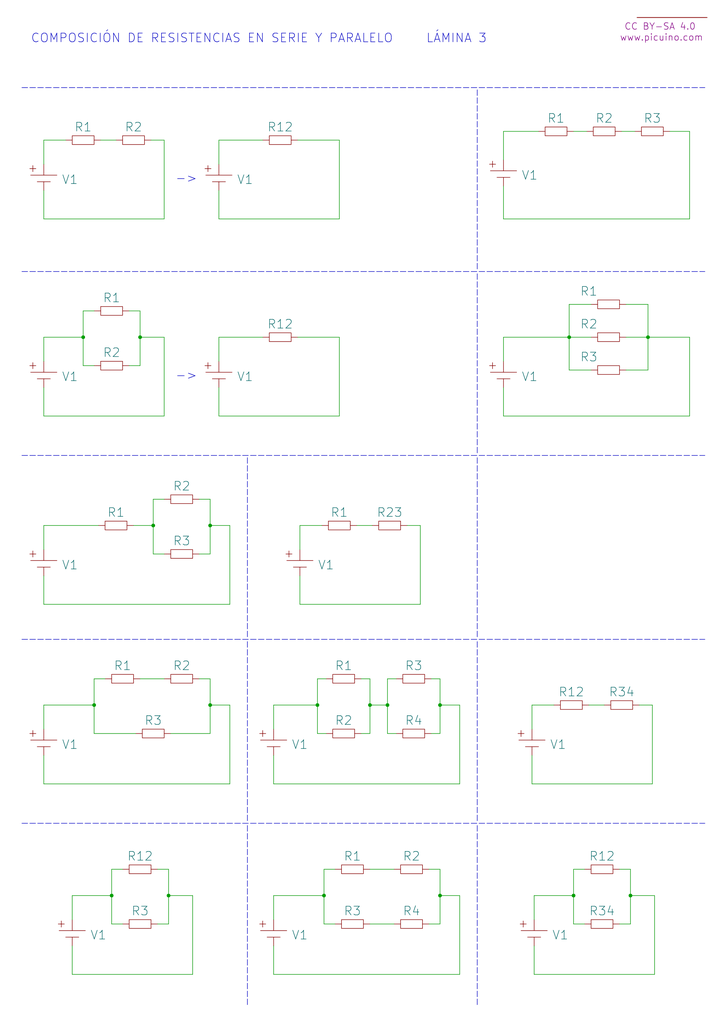
<source format=kicad_sch>
(kicad_sch (version 20211123) (generator eeschema)
  (paper "A4" portrait)
  (title_block (title "Circuitos eléctricos. Composición de resistencias en serie y paralelo") (date "8/05/2021") (company "www.picuino.com") (comment 1 "Copyright (c) 2021 by Carlos Pardo") (comment 2 "License CC BY-SA 4.0"))
  (lib_symbols
    (symbol "electric-resistencias-serie-paralelo-3-rescue:CopyRight-simbolos" (pin_names (offset 1.016))
      (property "License" "CC BY-SA 4.0" (at -1.27 -1.27 0))
      (property "Web" "www.picuino.com" (at 0 -1.27 0))
      (symbol "CopyRight-simbolos_0_1"
        (polyline (pts (xy -10.16 0) (xy 10.16 0)) (stroke (width 0.2032)))
      )
    )
    (symbol "electric-resistencias-serie-paralelo-3-rescue:Pila-simbolos" (pin_names (offset 1.016))
      (property "Reference" "V" (at 5.08 -4.445 0))
      (symbol "Pila-simbolos_0_1"
        (polyline (pts (xy -4.064 -1.27) (xy -2.286 -1.27)))
        (polyline (pts (xy -3.81 -3.175) (xy 3.81 -3.175)))
        (polyline (pts (xy -3.175 -0.381) (xy -3.175 -2.159)))
        (polyline (pts (xy -1.905 -5.08) (xy 1.905 -5.08)))
      )
      (symbol "Pila-simbolos_1_1"
        (pin input line (at 0 -7.62 90) (length 2.54) (name "") (number ""))
        (pin input line (at 0 0 270) (length 3.175) (name "") (number ""))
      )
    )
    (symbol "electric-resistencias-serie-paralelo-3-rescue:resistencia-simbolos" (pin_names (offset 1.016))
      (property "Reference" "R" (at 1.905 -5.08 0))
      (symbol "resistencia-simbolos_0_1"
        (rectangle (start -1.27 -1.905) (end 1.27 -8.255))
      )
      (symbol "resistencia-simbolos_1_1"
        (pin input line (at 0 -10.16 90) (length 1.905) (name "") (number ""))
        (pin input line (at 0 0 270) (length 1.905) (name "") (number ""))
      )
    )
  )
  (junction (at 32.385 259.715))
  (junction (at 60.96 152.4))
  (junction (at 27.305 204.47))
  (junction (at 127.635 204.47))
  (junction (at 165.1 97.79))
  (junction (at 187.96 97.79))
  (junction (at 92.075 204.47))
  (junction (at 166.37 259.715))
  (junction (at 44.45 152.4))
  (junction (at 60.96 204.47))
  (junction (at 112.395 204.47))
  (junction (at 48.895 259.715))
  (junction (at 182.88 259.715))
  (junction (at 107.315 204.47))
  (junction (at 24.13 97.79))
  (junction (at 93.98 259.715))
  (junction (at 127.635 259.715))
  (junction (at 40.64 97.79))
  (wire (pts (xy 44.45 144.78) (xy 44.45 152.4)))
  (wire (pts (xy 107.315 212.725) (xy 104.775 212.725)))
  (wire (pts (xy 27.305 204.47) (xy 27.305 212.725)))
  (wire (pts (xy 165.1 97.79) (xy 165.1 107.315)))
  (wire (pts (xy 187.96 107.315) (xy 181.61 107.315)))
  (wire (pts (xy 79.375 259.715) (xy 79.375 266.7)))
  (wire (pts (xy 12.7 97.79) (xy 24.13 97.79)))
  (wire (pts (xy 47.625 40.64) (xy 43.815 40.64)))
  (wire (pts (xy 32.385 259.715) (xy 32.385 267.97)))
  (wire (pts (xy 189.865 259.715) (xy 189.865 282.575)))
  (wire (pts (xy 200.025 38.1) (xy 200.025 63.5)))
  (wire (pts (xy 60.96 196.85) (xy 60.96 204.47)))
  (wire (pts (xy 200.025 97.79) (xy 200.025 120.65)))
  (wire (pts (xy 166.37 259.715) (xy 166.37 267.97)))
  (wire (pts (xy 12.7 219.075) (xy 12.7 227.33)))
  (wire (pts (xy 86.995 152.4) (xy 93.345 152.4)))
  (wire (pts (xy 79.375 282.575) (xy 133.35 282.575)))
  (wire (pts (xy 44.45 160.655) (xy 47.625 160.655)))
  (wire (pts (xy 107.315 204.47) (xy 107.315 212.725)))
  (wire (pts (xy 47.625 97.79) (xy 47.625 120.65)))
  (polyline (pts (xy 6.35 132.08) (xy 204.47 132.08)))
  (wire (pts (xy 24.13 97.79) (xy 24.13 106.045)))
  (wire (pts (xy 79.375 227.33) (xy 133.35 227.33)))
  (wire (pts (xy 12.7 204.47) (xy 12.7 211.455)))
  (wire (pts (xy 60.96 204.47) (xy 66.675 204.47)))
  (wire (pts (xy 189.23 204.47) (xy 185.42 204.47)))
  (wire (pts (xy 63.5 120.65) (xy 98.425 120.65)))
  (wire (pts (xy 98.425 97.79) (xy 98.425 120.65)))
  (wire (pts (xy 79.375 204.47) (xy 79.375 211.455)))
  (wire (pts (xy 32.385 252.095) (xy 35.56 252.095)))
  (wire (pts (xy 154.305 204.47) (xy 160.655 204.47)))
  (wire (pts (xy 40.64 90.17) (xy 37.465 90.17)))
  (wire (pts (xy 32.385 252.095) (xy 32.385 259.715)))
  (wire (pts (xy 127.635 196.85) (xy 127.635 204.47)))
  (wire (pts (xy 182.88 252.095) (xy 182.88 259.715)))
  (wire (pts (xy 44.45 152.4) (xy 44.45 160.655)))
  (wire (pts (xy 12.7 55.245) (xy 12.7 63.5)))
  (wire (pts (xy 94.615 196.85) (xy 92.075 196.85)))
  (wire (pts (xy 104.775 196.85) (xy 107.315 196.85)))
  (wire (pts (xy 60.96 152.4) (xy 60.96 160.655)))
  (wire (pts (xy 187.96 97.79) (xy 200.025 97.79)))
  (polyline (pts (xy 71.755 132.715) (xy 71.755 184.785)))
  (wire (pts (xy 93.98 252.095) (xy 93.98 259.715)))
  (wire (pts (xy 60.96 152.4) (xy 66.675 152.4)))
  (wire (pts (xy 63.5 47.625) (xy 63.5 40.64)))
  (wire (pts (xy 187.96 97.79) (xy 187.96 107.315)))
  (wire (pts (xy 79.375 219.075) (xy 79.375 227.33)))
  (wire (pts (xy 194.31 38.1) (xy 200.025 38.1)))
  (wire (pts (xy 146.05 112.395) (xy 146.05 120.65)))
  (wire (pts (xy 12.7 227.33) (xy 66.675 227.33)))
  (wire (pts (xy 92.075 196.85) (xy 92.075 204.47)))
  (wire (pts (xy 133.35 204.47) (xy 133.35 227.33)))
  (wire (pts (xy 165.1 88.265) (xy 165.1 97.79)))
  (wire (pts (xy 165.1 107.315) (xy 171.45 107.315)))
  (wire (pts (xy 32.385 267.97) (xy 35.56 267.97)))
  (wire (pts (xy 121.92 152.4) (xy 121.92 175.26)))
  (wire (pts (xy 154.94 266.7) (xy 154.94 259.715)))
  (wire (pts (xy 30.48 196.85) (xy 27.305 196.85)))
  (wire (pts (xy 86.995 175.26) (xy 121.92 175.26)))
  (wire (pts (xy 127.635 196.85) (xy 125.095 196.85)))
  (wire (pts (xy 180.34 38.1) (xy 184.15 38.1)))
  (wire (pts (xy 166.37 38.1) (xy 170.18 38.1)))
  (wire (pts (xy 154.94 282.575) (xy 189.865 282.575)))
  (wire (pts (xy 63.5 104.775) (xy 63.5 97.79)))
  (wire (pts (xy 146.05 97.79) (xy 165.1 97.79)))
  (polyline (pts (xy 6.35 78.74) (xy 204.47 78.74)))
  (wire (pts (xy 127.635 204.47) (xy 133.35 204.47)))
  (wire (pts (xy 92.075 204.47) (xy 92.075 212.725)))
  (wire (pts (xy 154.305 211.455) (xy 154.305 204.47)))
  (wire (pts (xy 48.895 259.715) (xy 55.88 259.715)))
  (wire (pts (xy 12.7 47.625) (xy 12.7 40.64)))
  (wire (pts (xy 79.375 274.32) (xy 79.375 282.575)))
  (wire (pts (xy 127.635 259.715) (xy 127.635 267.97)))
  (wire (pts (xy 93.98 267.97) (xy 97.155 267.97)))
  (wire (pts (xy 12.7 175.26) (xy 66.675 175.26)))
  (polyline (pts (xy 138.43 26.035) (xy 138.43 78.105)))
  (wire (pts (xy 60.96 144.78) (xy 57.785 144.78)))
  (wire (pts (xy 48.895 259.715) (xy 48.895 267.97)))
  (wire (pts (xy 107.315 252.095) (xy 114.3 252.095)))
  (wire (pts (xy 60.96 212.725) (xy 49.53 212.725)))
  (wire (pts (xy 187.96 88.265) (xy 187.96 97.79)))
  (wire (pts (xy 166.37 267.97) (xy 169.545 267.97)))
  (wire (pts (xy 146.05 46.355) (xy 146.05 38.1)))
  (wire (pts (xy 12.7 104.775) (xy 12.7 97.79)))
  (wire (pts (xy 63.5 40.64) (xy 76.2 40.64)))
  (wire (pts (xy 112.395 196.85) (xy 114.935 196.85)))
  (wire (pts (xy 92.075 212.725) (xy 94.615 212.725)))
  (wire (pts (xy 44.45 144.78) (xy 47.625 144.78)))
  (polyline (pts (xy 71.755 186.055) (xy 71.755 238.125)))
  (wire (pts (xy 114.3 267.97) (xy 107.315 267.97)))
  (wire (pts (xy 48.895 252.095) (xy 48.895 259.715)))
  (polyline (pts (xy 138.43 132.715) (xy 138.43 184.785)))
  (wire (pts (xy 182.88 267.97) (xy 179.705 267.97)))
  (wire (pts (xy 182.88 259.715) (xy 189.865 259.715)))
  (wire (pts (xy 200.025 63.5) (xy 146.05 63.5)))
  (wire (pts (xy 181.61 88.265) (xy 187.96 88.265)))
  (wire (pts (xy 200.025 120.65) (xy 146.05 120.65)))
  (wire (pts (xy 12.7 40.64) (xy 19.05 40.64)))
  (polyline (pts (xy 138.43 239.395) (xy 138.43 291.465)))
  (wire (pts (xy 127.635 252.095) (xy 127.635 259.715)))
  (polyline (pts (xy 138.43 186.055) (xy 138.43 238.125)))
  (wire (pts (xy 112.395 212.725) (xy 112.395 204.47)))
  (wire (pts (xy 24.13 90.17) (xy 24.13 97.79)))
  (wire (pts (xy 60.96 144.78) (xy 60.96 152.4)))
  (wire (pts (xy 166.37 252.095) (xy 166.37 259.715)))
  (wire (pts (xy 127.635 252.095) (xy 124.46 252.095)))
  (wire (pts (xy 12.7 167.005) (xy 12.7 175.26)))
  (wire (pts (xy 33.655 40.64) (xy 29.21 40.64)))
  (wire (pts (xy 20.955 266.7) (xy 20.955 259.715)))
  (wire (pts (xy 182.88 259.715) (xy 182.88 267.97)))
  (wire (pts (xy 55.88 259.715) (xy 55.88 282.575)))
  (wire (pts (xy 166.37 252.095) (xy 169.545 252.095)))
  (wire (pts (xy 86.36 40.64) (xy 98.425 40.64)))
  (wire (pts (xy 107.95 152.4) (xy 103.505 152.4)))
  (wire (pts (xy 66.675 152.4) (xy 66.675 175.26)))
  (wire (pts (xy 182.88 252.095) (xy 179.705 252.095)))
  (wire (pts (xy 154.305 219.075) (xy 154.305 227.33)))
  (wire (pts (xy 24.13 106.045) (xy 27.305 106.045)))
  (wire (pts (xy 60.96 204.47) (xy 60.96 212.725)))
  (wire (pts (xy 146.05 38.1) (xy 156.21 38.1)))
  (wire (pts (xy 154.305 227.33) (xy 189.23 227.33)))
  (wire (pts (xy 24.13 90.17) (xy 27.305 90.17)))
  (wire (pts (xy 146.05 53.975) (xy 146.05 63.5)))
  (wire (pts (xy 12.7 112.395) (xy 12.7 120.65)))
  (wire (pts (xy 189.23 204.47) (xy 189.23 227.33)))
  (wire (pts (xy 63.5 112.395) (xy 63.5 120.65)))
  (wire (pts (xy 165.1 97.79) (xy 171.45 97.79)))
  (wire (pts (xy 79.375 204.47) (xy 92.075 204.47)))
  (wire (pts (xy 12.7 204.47) (xy 27.305 204.47)))
  (wire (pts (xy 133.35 259.715) (xy 133.35 282.575)))
  (wire (pts (xy 127.635 212.725) (xy 125.095 212.725)))
  (wire (pts (xy 40.64 90.17) (xy 40.64 97.79)))
  (wire (pts (xy 40.64 196.85) (xy 47.625 196.85)))
  (wire (pts (xy 171.45 88.265) (xy 165.1 88.265)))
  (wire (pts (xy 63.5 63.5) (xy 98.425 63.5)))
  (wire (pts (xy 63.5 97.79) (xy 76.2 97.79)))
  (wire (pts (xy 187.96 97.79) (xy 181.61 97.79)))
  (wire (pts (xy 86.36 97.79) (xy 98.425 97.79)))
  (wire (pts (xy 60.96 196.85) (xy 57.785 196.85)))
  (wire (pts (xy 97.155 252.095) (xy 93.98 252.095)))
  (wire (pts (xy 86.995 167.005) (xy 86.995 175.26)))
  (wire (pts (xy 20.955 274.32) (xy 20.955 282.575)))
  (polyline (pts (xy 71.755 239.395) (xy 71.755 291.465)))
  (wire (pts (xy 98.425 40.64) (xy 98.425 63.5)))
  (wire (pts (xy 40.64 97.79) (xy 47.625 97.79)))
  (polyline (pts (xy 6.35 238.76) (xy 204.47 238.76)))
  (wire (pts (xy 114.935 212.725) (xy 112.395 212.725)))
  (wire (pts (xy 20.955 282.575) (xy 55.88 282.575)))
  (wire (pts (xy 127.635 259.715) (xy 133.35 259.715)))
  (polyline (pts (xy 6.35 25.4) (xy 204.47 25.4)))
  (wire (pts (xy 86.995 159.385) (xy 86.995 152.4)))
  (wire (pts (xy 47.625 40.64) (xy 47.625 63.5)))
  (wire (pts (xy 66.675 204.47) (xy 66.675 227.33)))
  (wire (pts (xy 127.635 267.97) (xy 124.46 267.97)))
  (wire (pts (xy 48.895 267.97) (xy 45.72 267.97)))
  (wire (pts (xy 60.96 160.655) (xy 57.785 160.655)))
  (wire (pts (xy 112.395 204.47) (xy 112.395 196.85)))
  (wire (pts (xy 48.895 252.095) (xy 45.72 252.095)))
  (wire (pts (xy 127.635 204.47) (xy 127.635 212.725)))
  (wire (pts (xy 12.7 120.65) (xy 47.625 120.65)))
  (wire (pts (xy 175.26 204.47) (xy 170.815 204.47)))
  (wire (pts (xy 40.64 106.045) (xy 37.465 106.045)))
  (wire (pts (xy 27.305 196.85) (xy 27.305 204.47)))
  (wire (pts (xy 154.94 259.715) (xy 166.37 259.715)))
  (wire (pts (xy 40.64 97.79) (xy 40.64 106.045)))
  (wire (pts (xy 79.375 259.715) (xy 93.98 259.715)))
  (wire (pts (xy 12.7 152.4) (xy 28.575 152.4)))
  (wire (pts (xy 107.315 204.47) (xy 112.395 204.47)))
  (polyline (pts (xy 6.35 185.42) (xy 204.47 185.42)))
  (wire (pts (xy 63.5 55.245) (xy 63.5 63.5)))
  (wire (pts (xy 154.94 274.32) (xy 154.94 282.575)))
  (wire (pts (xy 121.92 152.4) (xy 118.11 152.4)))
  (wire (pts (xy 12.7 63.5) (xy 47.625 63.5)))
  (polyline (pts (xy 138.43 79.375) (xy 138.43 131.445)))
  (wire (pts (xy 146.05 104.775) (xy 146.05 97.79)))
  (wire (pts (xy 12.7 152.4) (xy 12.7 159.385)))
  (wire (pts (xy 44.45 152.4) (xy 38.735 152.4)))
  (wire (pts (xy 20.955 259.715) (xy 32.385 259.715)))
  (wire (pts (xy 27.305 212.725) (xy 39.37 212.725)))
  (wire (pts (xy 107.315 196.85) (xy 107.315 204.47)))
  (wire (pts (xy 93.98 259.715) (xy 93.98 267.97)))
  (text "->" (at 50.8 53.34 0) (effects (font (size 2.54 2.54)) (justify left bottom)))
  (text "COMPOSICIÓN DE RESISTENCIAS EN SERIE Y PARALELO     LÁMINA 3" (at 8.89 12.7 0) (effects (font (size 2.54 2.54)) (justify left bottom)))
  (text "->" (at 50.8 110.49 0) (effects (font (size 2.54 2.54)) (justify left bottom)))
  (symbol (lib_id "electric-resistencias-serie-paralelo-3-rescue:Pila-simbolos") (at 12.7 159.385 0) (unit 1)
    (property "Reference" "V1" (at 17.78 163.83 0) (effects (font (size 2.54 2.54)) (justify left)))
    (property "Value" "6v" (effects hide))
  )
  (symbol (lib_id "electric-resistencias-serie-paralelo-3-rescue:Pila-simbolos") (at 12.7 211.455 0) (unit 1)
    (property "Reference" "V1" (at 17.78 215.9 0) (effects (font (size 2.54 2.54)) (justify left)))
    (property "Value" "6v" (effects hide))
  )
  (symbol (lib_id "electric-resistencias-serie-paralelo-3-rescue:Pila-simbolos") (at 146.05 46.355 0) (unit 1)
    (property "Reference" "V1" (at 151.13 50.8 0) (effects (font (size 2.54 2.54)) (justify left)))
    (property "Value" "6v" (effects hide))
  )
  (symbol (lib_id "electric-resistencias-serie-paralelo-3-rescue:Pila-simbolos") (at 146.05 104.775 0) (unit 1)
    (property "Reference" "V1" (at 151.13 109.22 0) (effects (font (size 2.54 2.54)) (justify left)))
    (property "Value" "6v" (effects hide))
  )
  (symbol (lib_id "electric-resistencias-serie-paralelo-3-rescue:Pila-simbolos") (at 79.375 266.7 0) (unit 1)
    (property "Reference" "V1" (at 84.455 271.145 0) (effects (font (size 2.54 2.54)) (justify left)))
    (property "Value" "6v" (effects hide))
  )
  (symbol (lib_id "electric-resistencias-serie-paralelo-3-rescue:Pila-simbolos") (at 79.375 211.455 0) (unit 1)
    (property "Reference" "V1" (at 84.455 215.9 0) (effects (font (size 2.54 2.54)) (justify left)))
    (property "Value" "6v" (effects hide))
  )
  (symbol (lib_id "electric-resistencias-serie-paralelo-3-rescue:Pila-simbolos") (at 86.995 159.385 0) (unit 1)
    (property "Reference" "V1" (at 92.075 163.83 0) (effects (font (size 2.54 2.54)) (justify left)))
    (property "Value" "6v" (effects hide))
  )
  (symbol (lib_id "electric-resistencias-serie-paralelo-3-rescue:resistencia-simbolos") (at 103.505 152.4 270) (unit 1)
    (property "Reference" "R1" (at 98.425 148.59 90) (effects (font (size 2.54 2.54))))
    (property "Value" "1" (effects hide))
  )
  (symbol (lib_id "electric-resistencias-serie-paralelo-3-rescue:resistencia-simbolos") (at 118.11 152.4 270) (unit 1)
    (property "Reference" "R23" (at 113.03 148.59 90) (effects (font (size 2.54 2.54))))
    (property "Value" "1" (effects hide))
  )
  (symbol (lib_id "electric-resistencias-serie-paralelo-3-rescue:Pila-simbolos") (at 12.7 47.625 0) (unit 1)
    (property "Reference" "V1" (at 17.78 52.07 0) (effects (font (size 2.54 2.54)) (justify left)))
    (property "Value" "6v" (effects hide))
  )
  (symbol (lib_id "electric-resistencias-serie-paralelo-3-rescue:resistencia-simbolos") (at 29.21 40.64 270) (unit 1)
    (property "Reference" "R1" (at 24.13 36.83 90) (effects (font (size 2.54 2.54))))
    (property "Value" "1" (effects hide))
  )
  (symbol (lib_id "electric-resistencias-serie-paralelo-3-rescue:Pila-simbolos") (at 63.5 47.625 0) (unit 1)
    (property "Reference" "V1" (at 68.58 52.07 0) (effects (font (size 2.54 2.54)) (justify left)))
    (property "Value" "6v" (effects hide))
  )
  (symbol (lib_id "electric-resistencias-serie-paralelo-3-rescue:resistencia-simbolos") (at 86.36 40.64 270) (unit 1)
    (property "Reference" "R12" (at 81.28 36.83 90) (effects (font (size 2.54 2.54))))
    (property "Value" "1" (effects hide))
  )
  (symbol (lib_id "electric-resistencias-serie-paralelo-3-rescue:resistencia-simbolos") (at 37.465 90.17 270) (unit 1)
    (property "Reference" "R1" (at 32.385 86.36 90) (effects (font (size 2.54 2.54))))
    (property "Value" "2" (effects hide))
  )
  (symbol (lib_id "electric-resistencias-serie-paralelo-3-rescue:resistencia-simbolos") (at 37.465 106.045 270) (unit 1)
    (property "Reference" "R2" (at 32.385 102.235 90) (effects (font (size 2.54 2.54))))
    (property "Value" "2" (effects hide))
  )
  (symbol (lib_id "electric-resistencias-serie-paralelo-3-rescue:Pila-simbolos") (at 12.7 104.775 0) (unit 1)
    (property "Reference" "V1" (at 17.78 109.22 0) (effects (font (size 2.54 2.54)) (justify left)))
    (property "Value" "6v" (effects hide))
  )
  (symbol (lib_id "electric-resistencias-serie-paralelo-3-rescue:resistencia-simbolos") (at 179.705 252.095 270) (unit 1)
    (property "Reference" "R12" (at 174.625 248.285 90) (effects (font (size 2.54 2.54))))
    (property "Value" "2" (effects hide))
  )
  (symbol (lib_id "electric-resistencias-serie-paralelo-3-rescue:resistencia-simbolos") (at 179.705 267.97 270) (unit 1)
    (property "Reference" "R34" (at 174.625 264.16 90) (effects (font (size 2.54 2.54))))
    (property "Value" "2" (effects hide))
  )
  (symbol (lib_id "electric-resistencias-serie-paralelo-3-rescue:Pila-simbolos") (at 154.94 266.7 0) (unit 1)
    (property "Reference" "V1" (at 160.02 271.145 0) (effects (font (size 2.54 2.54)) (justify left)))
    (property "Value" "6v" (effects hide))
  )
  (symbol (lib_id "electric-resistencias-serie-paralelo-3-rescue:Pila-simbolos") (at 63.5 104.775 0) (unit 1)
    (property "Reference" "V1" (at 68.58 109.22 0) (effects (font (size 2.54 2.54)) (justify left)))
    (property "Value" "6v" (effects hide))
  )
  (symbol (lib_id "electric-resistencias-serie-paralelo-3-rescue:resistencia-simbolos") (at 86.36 97.79 270) (unit 1)
    (property "Reference" "R12" (at 81.28 93.98 90) (effects (font (size 2.54 2.54))))
    (property "Value" "1" (effects hide))
  )
  (symbol (lib_id "electric-resistencias-serie-paralelo-3-rescue:resistencia-simbolos") (at 43.815 40.64 270) (unit 1)
    (property "Reference" "R2" (at 38.735 36.83 90) (effects (font (size 2.54 2.54))))
    (property "Value" "1" (effects hide))
  )
  (symbol (lib_id "electric-resistencias-serie-paralelo-3-rescue:Pila-simbolos") (at 154.305 211.455 0) (unit 1)
    (property "Reference" "V1" (at 159.385 215.9 0) (effects (font (size 2.54 2.54)) (justify left)))
    (property "Value" "6v" (effects hide))
  )
  (symbol (lib_id "electric-resistencias-serie-paralelo-3-rescue:resistencia-simbolos") (at 170.815 204.47 270) (unit 1)
    (property "Reference" "R12" (at 165.735 200.66 90) (effects (font (size 2.54 2.54))))
    (property "Value" "1" (effects hide))
  )
  (symbol (lib_id "electric-resistencias-serie-paralelo-3-rescue:resistencia-simbolos") (at 185.42 204.47 270) (unit 1)
    (property "Reference" "R34" (at 180.34 200.66 90) (effects (font (size 2.54 2.54))))
    (property "Value" "1" (effects hide))
  )
  (symbol (lib_id "electric-resistencias-serie-paralelo-3-rescue:resistencia-simbolos") (at 57.785 196.85 270) (unit 1)
    (property "Reference" "R2" (at 52.705 193.04 90) (effects (font (size 2.54 2.54))))
    (property "Value" "4" (effects hide))
  )
  (symbol (lib_id "electric-resistencias-serie-paralelo-3-rescue:resistencia-simbolos") (at 49.53 212.725 270) (unit 1)
    (property "Reference" "R3" (at 44.45 208.915 90) (effects (font (size 2.54 2.54))))
    (property "Value" "6" (effects hide))
  )
  (symbol (lib_id "electric-resistencias-serie-paralelo-3-rescue:resistencia-simbolos") (at 40.64 196.85 270) (unit 1)
    (property "Reference" "R1" (at 35.56 193.04 90) (effects (font (size 2.54 2.54))))
    (property "Value" "2" (effects hide))
  )
  (symbol (lib_id "electric-resistencias-serie-paralelo-3-rescue:resistencia-simbolos") (at 166.37 38.1 270) (unit 1)
    (property "Reference" "R1" (at 161.29 34.29 90) (effects (font (size 2.54 2.54))))
    (property "Value" "1" (effects hide))
  )
  (symbol (lib_id "electric-resistencias-serie-paralelo-3-rescue:resistencia-simbolos") (at 180.34 38.1 270) (unit 1)
    (property "Reference" "R2" (at 175.26 34.29 90) (effects (font (size 2.54 2.54))))
    (property "Value" "2" (effects hide))
  )
  (symbol (lib_id "electric-resistencias-serie-paralelo-3-rescue:resistencia-simbolos") (at 194.31 38.1 270) (unit 1)
    (property "Reference" "R3" (at 189.23 34.29 90) (effects (font (size 2.54 2.54))))
    (property "Value" "3" (effects hide))
  )
  (symbol (lib_id "electric-resistencias-serie-paralelo-3-rescue:resistencia-simbolos") (at 181.61 97.79 270) (unit 1)
    (property "Reference" "R2" (at 170.815 93.98 90) (effects (font (size 2.54 2.54))))
    (property "Value" "12" (effects hide))
  )
  (symbol (lib_id "electric-resistencias-serie-paralelo-3-rescue:resistencia-simbolos") (at 181.61 88.265 270) (unit 1)
    (property "Reference" "R1" (at 170.815 84.455 90) (effects (font (size 2.54 2.54))))
    (property "Value" "4" (effects hide))
  )
  (symbol (lib_id "electric-resistencias-serie-paralelo-3-rescue:resistencia-simbolos") (at 181.61 107.315 270) (unit 1)
    (property "Reference" "R3" (at 170.815 103.505 90) (effects (font (size 2.54 2.54))))
    (property "Value" "6" (effects hide))
  )
  (symbol (lib_id "electric-resistencias-serie-paralelo-3-rescue:resistencia-simbolos") (at 124.46 252.095 270) (unit 1)
    (property "Reference" "R2" (at 119.38 248.285 90) (effects (font (size 2.54 2.54))))
    (property "Value" "8" (effects hide))
  )
  (symbol (lib_id "electric-resistencias-serie-paralelo-3-rescue:resistencia-simbolos") (at 107.315 267.97 270) (unit 1)
    (property "Reference" "R3" (at 102.235 264.16 90) (effects (font (size 2.54 2.54))))
    (property "Value" "20" (effects hide))
  )
  (symbol (lib_id "electric-resistencias-serie-paralelo-3-rescue:resistencia-simbolos") (at 107.315 252.095 270) (unit 1)
    (property "Reference" "R1" (at 102.235 248.285 90) (effects (font (size 2.54 2.54))))
    (property "Value" "4" (effects hide))
  )
  (symbol (lib_id "electric-resistencias-serie-paralelo-3-rescue:resistencia-simbolos") (at 124.46 267.97 270) (unit 1)
    (property "Reference" "R4" (at 119.38 264.16 90) (effects (font (size 2.54 2.54))))
    (property "Value" "40" (effects hide))
  )
  (symbol (lib_id "electric-resistencias-serie-paralelo-3-rescue:resistencia-simbolos") (at 125.095 196.85 270) (unit 1)
    (property "Reference" "R3" (at 120.015 193.04 90) (effects (font (size 2.54 2.54))))
    (property "Value" "9" (effects hide))
  )
  (symbol (lib_id "electric-resistencias-serie-paralelo-3-rescue:resistencia-simbolos") (at 104.775 212.725 270) (unit 1)
    (property "Reference" "R2" (at 99.695 208.915 90) (effects (font (size 2.54 2.54))))
    (property "Value" "24" (effects hide))
  )
  (symbol (lib_id "electric-resistencias-serie-paralelo-3-rescue:resistencia-simbolos") (at 104.775 196.85 270) (unit 1)
    (property "Reference" "R1" (at 99.695 193.04 90) (effects (font (size 2.54 2.54))))
    (property "Value" "8" (effects hide))
  )
  (symbol (lib_id "electric-resistencias-serie-paralelo-3-rescue:resistencia-simbolos") (at 125.095 212.725 270) (unit 1)
    (property "Reference" "R4" (at 120.015 208.915 90) (effects (font (size 2.54 2.54))))
    (property "Value" "18" (effects hide))
  )
  (symbol (lib_id "electric-resistencias-serie-paralelo-3-rescue:resistencia-simbolos") (at 45.72 252.095 270) (unit 1)
    (property "Reference" "R12" (at 40.64 248.285 90) (effects (font (size 2.54 2.54))))
    (property "Value" "2" (effects hide))
  )
  (symbol (lib_id "electric-resistencias-serie-paralelo-3-rescue:resistencia-simbolos") (at 45.72 267.97 270) (unit 1)
    (property "Reference" "R3" (at 40.64 264.16 90) (effects (font (size 2.54 2.54))))
    (property "Value" "2" (effects hide))
  )
  (symbol (lib_id "electric-resistencias-serie-paralelo-3-rescue:Pila-simbolos") (at 20.955 266.7 0) (unit 1)
    (property "Reference" "V1" (at 26.035 271.145 0) (effects (font (size 2.54 2.54)) (justify left)))
    (property "Value" "6v" (effects hide))
  )
  (symbol (lib_id "electric-resistencias-serie-paralelo-3-rescue:CopyRight-simbolos") (at 194.945 5.08 0) (unit 1)
    (property "Reference" "CP?" (effects hide))
    (property "Value" "CopyRight" (effects hide))
    (property "License" "CC BY-SA 4.0" (at 201.93 7.62 0) (effects (font (size 1.905 1.905)) (justify right)))
    (property "Web" "www.picuino.com" (at 179.705 10.795 0) (effects (font (size 1.905 1.905)) (justify left)))
  )
  (symbol (lib_id "electric-resistencias-serie-paralelo-3-rescue:resistencia-simbolos") (at 57.785 144.78 270) (unit 1)
    (property "Reference" "R2" (at 52.705 140.97 90) (effects (font (size 2.54 2.54))))
    (property "Value" "4" (effects hide))
  )
  (symbol (lib_id "electric-resistencias-serie-paralelo-3-rescue:resistencia-simbolos") (at 57.785 160.655 270) (unit 1)
    (property "Reference" "R3" (at 52.705 156.845 90) (effects (font (size 2.54 2.54))))
    (property "Value" "12" (effects hide))
  )
  (symbol (lib_id "electric-resistencias-serie-paralelo-3-rescue:resistencia-simbolos") (at 38.735 152.4 270) (unit 1)
    (property "Reference" "R1" (at 33.655 148.59 90) (effects (font (size 2.54 2.54))))
    (property "Value" "3" (effects hide))
  )
)
</source>
